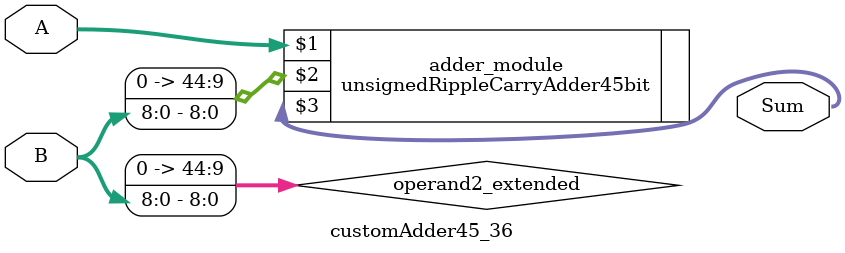
<source format=v>
module customAdder45_36(
                        input [44 : 0] A,
                        input [8 : 0] B,
                        
                        output [45 : 0] Sum
                );

        wire [44 : 0] operand2_extended;
        
        assign operand2_extended =  {36'b0, B};
        
        unsignedRippleCarryAdder45bit adder_module(
            A,
            operand2_extended,
            Sum
        );
        
        endmodule
        
</source>
